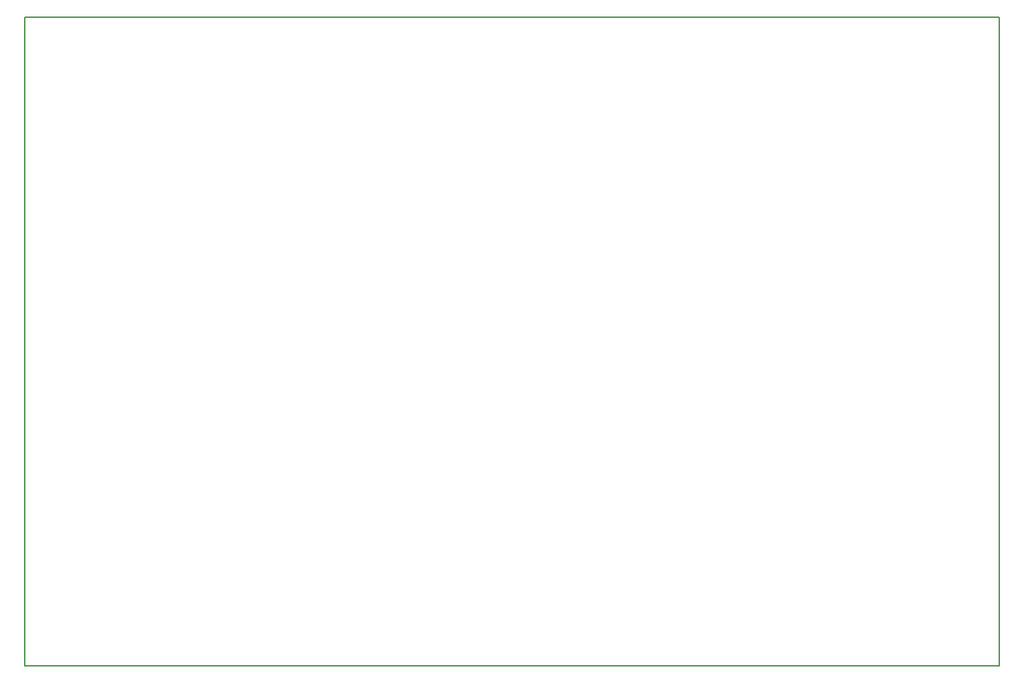
<source format=gbr>
G04 #@! TF.FileFunction,Profile,NP*
%FSLAX46Y46*%
G04 Gerber Fmt 4.6, Leading zero omitted, Abs format (unit mm)*
G04 Created by KiCad (PCBNEW 4.0.0-rc1-stable) date dom 11 oct 2015 19:35:07 CEST*
%MOMM*%
G01*
G04 APERTURE LIST*
%ADD10C,0.100000*%
%ADD11C,0.150000*%
G04 APERTURE END LIST*
D10*
D11*
X100000000Y-30000000D02*
X220000000Y-30000000D01*
X100000000Y-110000000D02*
X100000000Y-30000000D01*
X220000000Y-110000000D02*
X100000000Y-110000000D01*
X220000000Y-30000000D02*
X220000000Y-110000000D01*
M02*

</source>
